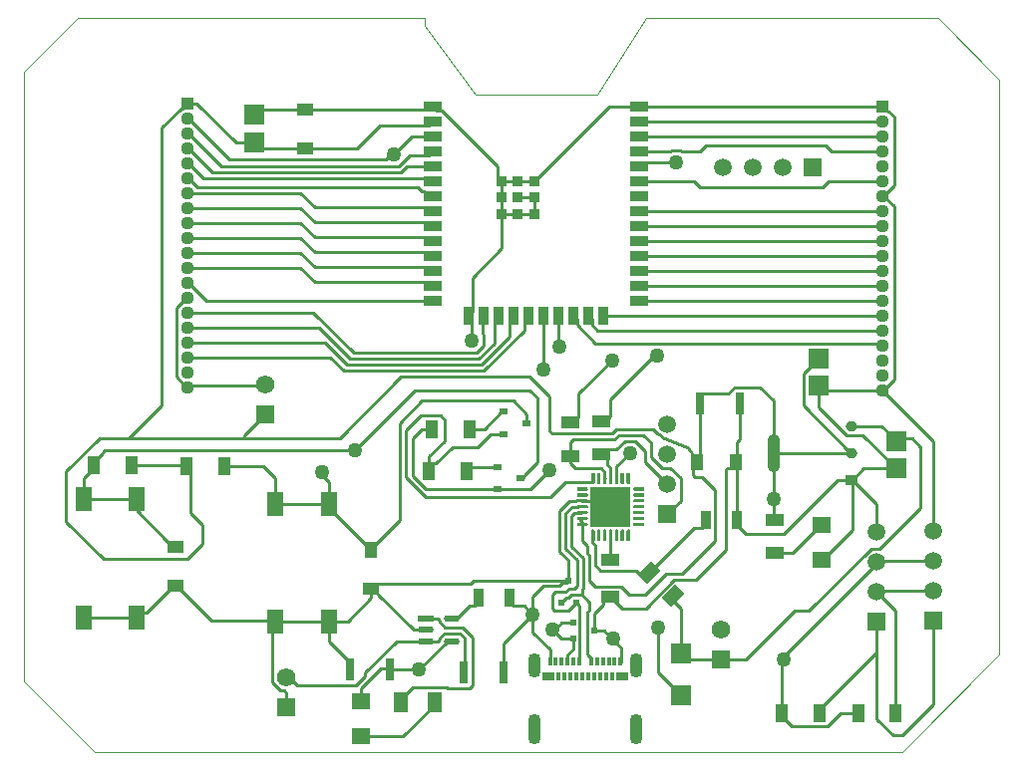
<source format=gtl>
G04*
G04 #@! TF.GenerationSoftware,Altium Limited,Altium Designer,23.1.1 (15)*
G04*
G04 Layer_Physical_Order=1*
G04 Layer_Color=255*
%FSLAX44Y44*%
%MOMM*%
G71*
G04*
G04 #@! TF.SameCoordinates,DF347086-9161-46D8-984A-1B3E043AF996*
G04*
G04*
G04 #@! TF.FilePolarity,Positive*
G04*
G01*
G75*
%ADD12C,0.2540*%
%ADD20R,0.8500X1.6000*%
%ADD21R,1.6800X1.7000*%
G04:AMPARAMS|DCode=22|XSize=1.3383mm|YSize=0.578mm|CornerRadius=0.289mm|HoleSize=0mm|Usage=FLASHONLY|Rotation=0.000|XOffset=0mm|YOffset=0mm|HoleType=Round|Shape=RoundedRectangle|*
%AMROUNDEDRECTD22*
21,1,1.3383,0.0000,0,0,0.0*
21,1,0.7603,0.5780,0,0,0.0*
1,1,0.5780,0.3802,0.0000*
1,1,0.5780,-0.3802,0.0000*
1,1,0.5780,-0.3802,0.0000*
1,1,0.5780,0.3802,0.0000*
%
%ADD22ROUNDEDRECTD22*%
%ADD23R,1.3383X0.5780*%
%ADD24R,0.7562X1.9062*%
%ADD25R,1.2557X1.7582*%
%ADD26R,1.5000X1.4000*%
%ADD27R,0.9000X1.6000*%
%ADD28R,1.1000X1.3500*%
%ADD29R,0.8000X0.6000*%
%ADD30R,1.0000X1.5000*%
%ADD31C,0.2700*%
%ADD32R,1.5000X1.0000*%
%ADD33R,1.6500X1.1000*%
%ADD34R,1.3500X1.1000*%
%ADD35R,1.4000X2.1000*%
%ADD36R,1.8062X1.7540*%
%ADD37R,1.0043X0.8721*%
G04:AMPARAMS|DCode=38|XSize=1.0043mm|YSize=0.8721mm|CornerRadius=0.4361mm|HoleSize=0mm|Usage=FLASHONLY|Rotation=180.000|XOffset=0mm|YOffset=0mm|HoleType=Round|Shape=RoundedRectangle|*
%AMROUNDEDRECTD38*
21,1,1.0043,0.0000,0,0,180.0*
21,1,0.1322,0.8721,0,0,180.0*
1,1,0.8721,-0.0661,0.0000*
1,1,0.8721,0.0661,0.0000*
1,1,0.8721,0.0661,0.0000*
1,1,0.8721,-0.0661,0.0000*
%
%ADD38ROUNDEDRECTD38*%
G04:AMPARAMS|DCode=39|XSize=1.0043mm|YSize=3.1821mm|CornerRadius=0.4369mm|HoleSize=0mm|Usage=FLASHONLY|Rotation=180.000|XOffset=0mm|YOffset=0mm|HoleType=Round|Shape=RoundedRectangle|*
%AMROUNDEDRECTD39*
21,1,1.0043,2.3084,0,0,180.0*
21,1,0.1306,3.1821,0,0,180.0*
1,1,0.8737,-0.0653,1.1542*
1,1,0.8737,0.0653,1.1542*
1,1,0.8737,0.0653,-1.1542*
1,1,0.8737,-0.0653,-1.1542*
%
%ADD39ROUNDEDRECTD39*%
G04:AMPARAMS|DCode=40|XSize=1.65mm|YSize=1.1mm|CornerRadius=0mm|HoleSize=0mm|Usage=FLASHONLY|Rotation=225.000|XOffset=0mm|YOffset=0mm|HoleType=Round|Shape=Rectangle|*
%AMROTATEDRECTD40*
4,1,4,0.1945,0.9723,0.9723,0.1945,-0.1945,-0.9723,-0.9723,-0.1945,0.1945,0.9723,0.0*
%
%ADD40ROTATEDRECTD40*%

%ADD41R,0.3000X0.7000*%
%ADD42R,1.0000X0.7000*%
%ADD43R,1.5000X0.9000*%
%ADD44R,0.9000X1.5000*%
%ADD45R,0.9000X0.9000*%
%ADD49R,3.3500X3.3500*%
%ADD50R,0.6000X0.5500*%
%ADD51R,0.5500X0.6000*%
%ADD54C,1.5700*%
%ADD55R,1.5700X1.5700*%
%ADD56R,1.5200X1.5200*%
%ADD57C,1.5200*%
%ADD58C,1.1200*%
%ADD59R,1.1200X1.1200*%
%ADD60R,1.5200X1.5200*%
G04:AMPARAMS|DCode=61|XSize=1.1mm|YSize=2.1mm|CornerRadius=0.55mm|HoleSize=0mm|Usage=FLASHONLY|Rotation=0.000|XOffset=0mm|YOffset=0mm|HoleType=Round|Shape=RoundedRectangle|*
%AMROUNDEDRECTD61*
21,1,1.1000,1.0000,0,0,0.0*
21,1,0.0000,2.1000,0,0,0.0*
1,1,1.1000,0.0000,-0.5000*
1,1,1.1000,0.0000,-0.5000*
1,1,1.1000,0.0000,0.5000*
1,1,1.1000,0.0000,0.5000*
%
%ADD61ROUNDEDRECTD61*%
G04:AMPARAMS|DCode=62|XSize=1.1mm|YSize=2.6mm|CornerRadius=0.55mm|HoleSize=0mm|Usage=FLASHONLY|Rotation=0.000|XOffset=0mm|YOffset=0mm|HoleType=Round|Shape=RoundedRectangle|*
%AMROUNDEDRECTD62*
21,1,1.1000,1.5000,0,0,0.0*
21,1,0.0000,2.6000,0,0,0.0*
1,1,1.1000,0.0000,-0.7500*
1,1,1.1000,0.0000,-0.7500*
1,1,1.1000,0.0000,0.7500*
1,1,1.1000,0.0000,0.7500*
%
%ADD62ROUNDEDRECTD62*%
%ADD64C,0.0000*%
%ADD65C,1.2700*%
G36*
X768340Y483030D02*
Y482732D01*
X768112Y482180D01*
X767690Y481758D01*
X767138Y481530D01*
X766542D01*
X765990Y481758D01*
X765568Y482180D01*
X765340Y482732D01*
Y483030D01*
Y491030D01*
X768340D01*
Y483030D01*
D02*
G37*
G36*
X763340D02*
Y482732D01*
X763112Y482180D01*
X762690Y481758D01*
X762138Y481530D01*
X761542D01*
X760990Y481758D01*
X760568Y482180D01*
X760340Y482732D01*
Y483030D01*
Y491030D01*
X763340D01*
Y483030D01*
D02*
G37*
G36*
X758340D02*
Y482732D01*
X758112Y482180D01*
X757690Y481758D01*
X757138Y481530D01*
X756542D01*
X755990Y481758D01*
X755568Y482180D01*
X755340Y482732D01*
Y483030D01*
Y491030D01*
X758340D01*
X758340Y483030D01*
D02*
G37*
G36*
X753340D02*
Y482732D01*
X753112Y482180D01*
X752690Y481758D01*
X752138Y481530D01*
X751542D01*
X750990Y481758D01*
X750568Y482180D01*
X750340Y482732D01*
Y483030D01*
Y491030D01*
X753340D01*
Y483030D01*
D02*
G37*
G36*
X748340D02*
Y482732D01*
X748112Y482180D01*
X747690Y481758D01*
X747138Y481530D01*
X746542D01*
X745990Y481758D01*
X745568Y482180D01*
X745340Y482732D01*
Y483030D01*
X745340D01*
Y491030D01*
X748340D01*
Y483030D01*
D02*
G37*
G36*
X743340D02*
Y482732D01*
X743112Y482180D01*
X742690Y481758D01*
X742138Y481530D01*
X741542D01*
X740990Y481758D01*
X740568Y482180D01*
X740340Y482732D01*
Y483030D01*
Y491030D01*
X743340D01*
Y483030D01*
D02*
G37*
G36*
X738340D02*
Y482732D01*
X738112Y482180D01*
X737690Y481758D01*
X737138Y481530D01*
X736542D01*
X735990Y481758D01*
X735568Y482180D01*
X735340Y482732D01*
Y483030D01*
Y491030D01*
X738340D01*
Y483030D01*
D02*
G37*
G36*
X780590Y475780D02*
X772292D01*
X771740Y476008D01*
X771318Y476430D01*
X771090Y476982D01*
Y477280D01*
Y477578D01*
X771318Y478130D01*
X771740Y478552D01*
X772292Y478780D01*
X780590D01*
Y475780D01*
D02*
G37*
G36*
X731940Y478552D02*
X732362Y478130D01*
X732590Y477578D01*
Y477280D01*
Y476982D01*
X732362Y476430D01*
X731940Y476008D01*
X731388Y475780D01*
X723090D01*
Y478780D01*
X731388D01*
X731940Y478552D01*
D02*
G37*
G36*
X780590Y470780D02*
X772292D01*
X771740Y471008D01*
X771318Y471430D01*
X771090Y471982D01*
Y472280D01*
Y472578D01*
X771318Y473130D01*
X771740Y473552D01*
X772292Y473780D01*
X780590D01*
Y470780D01*
D02*
G37*
G36*
X731940Y473552D02*
X732362Y473130D01*
X732590Y472578D01*
Y472280D01*
Y471982D01*
X732362Y471430D01*
X731940Y471008D01*
X731388Y470780D01*
X723090D01*
Y473780D01*
X731388D01*
X731940Y473552D01*
D02*
G37*
G36*
X780590Y465780D02*
X772292D01*
X771740Y466008D01*
X771318Y466430D01*
X771090Y466982D01*
Y467280D01*
Y467578D01*
X771318Y468130D01*
X771740Y468552D01*
X772292Y468780D01*
X772590D01*
Y468780D01*
X780590D01*
Y465780D01*
D02*
G37*
G36*
X731090Y468780D02*
X731388D01*
X731940Y468552D01*
X732362Y468130D01*
X732590Y467578D01*
Y467280D01*
Y466982D01*
X732362Y466430D01*
X731940Y466008D01*
X731388Y465780D01*
X723090D01*
Y468780D01*
X731090Y468780D01*
D02*
G37*
G36*
X780590Y460780D02*
X772292D01*
X771740Y461008D01*
X771318Y461430D01*
X771090Y461982D01*
Y462280D01*
Y462578D01*
X771318Y463130D01*
X771740Y463552D01*
X772292Y463780D01*
X780590D01*
Y460780D01*
D02*
G37*
G36*
X731940Y463552D02*
X732362Y463130D01*
X732590Y462578D01*
Y462280D01*
Y461982D01*
X732362Y461430D01*
X731940Y461008D01*
X731388Y460780D01*
X723090D01*
Y463780D01*
X731388D01*
X731940Y463552D01*
D02*
G37*
G36*
X780590Y455780D02*
X772590Y455780D01*
X772292D01*
X771740Y456008D01*
X771318Y456430D01*
X771090Y456982D01*
Y457280D01*
Y457578D01*
X771318Y458130D01*
X771740Y458552D01*
X772292Y458780D01*
X780590D01*
Y455780D01*
D02*
G37*
G36*
X731940Y458552D02*
X732362Y458130D01*
X732590Y457578D01*
Y457280D01*
Y456982D01*
X732362Y456430D01*
X731940Y456008D01*
X731388Y455780D01*
X731090D01*
Y455780D01*
X723090D01*
Y458780D01*
X731388D01*
X731940Y458552D01*
D02*
G37*
G36*
X780590Y450780D02*
X772292D01*
X771740Y451008D01*
X771318Y451430D01*
X771090Y451982D01*
Y452280D01*
Y452578D01*
X771318Y453130D01*
X771740Y453552D01*
X772292Y453780D01*
X780590D01*
Y450780D01*
D02*
G37*
G36*
X731940Y453552D02*
X732362Y453130D01*
X732590Y452578D01*
Y452280D01*
Y451982D01*
X732362Y451430D01*
X731940Y451008D01*
X731388Y450780D01*
X723090D01*
Y453780D01*
X731388D01*
X731940Y453552D01*
D02*
G37*
G36*
X780590Y445780D02*
X772292D01*
X771740Y446008D01*
X771318Y446430D01*
X771090Y446982D01*
Y447280D01*
Y447578D01*
X771318Y448130D01*
X771740Y448552D01*
X772292Y448780D01*
X780590D01*
Y445780D01*
D02*
G37*
G36*
X731940Y448552D02*
X732362Y448130D01*
X732590Y447578D01*
Y447280D01*
Y446982D01*
X732362Y446430D01*
X731940Y446008D01*
X731388Y445780D01*
X723090D01*
Y448780D01*
X731388D01*
X731940Y448552D01*
D02*
G37*
G36*
X767690Y442802D02*
X768112Y442380D01*
X768340Y441828D01*
Y441530D01*
Y433530D01*
X765340D01*
Y441530D01*
Y441828D01*
X765568Y442380D01*
X765990Y442802D01*
X766542Y443030D01*
X767138D01*
X767690Y442802D01*
D02*
G37*
G36*
X762690D02*
X763112Y442380D01*
X763340Y441828D01*
Y441530D01*
Y433530D01*
X760340D01*
Y441530D01*
Y441828D01*
X760568Y442380D01*
X760990Y442802D01*
X761542Y443030D01*
X762138D01*
X762690Y442802D01*
D02*
G37*
G36*
X757690D02*
X758112Y442380D01*
X758340Y441828D01*
Y441530D01*
X758340D01*
Y433530D01*
X755340D01*
Y441530D01*
Y441828D01*
X755568Y442380D01*
X755990Y442802D01*
X756542Y443030D01*
X757138D01*
X757690Y442802D01*
D02*
G37*
G36*
X752690D02*
X753112Y442380D01*
X753340Y441828D01*
Y441530D01*
Y433530D01*
X750340D01*
Y441530D01*
Y441828D01*
X750568Y442380D01*
X750990Y442802D01*
X751542Y443030D01*
X752138D01*
X752690Y442802D01*
D02*
G37*
G36*
X747690D02*
X748112Y442380D01*
X748340Y441828D01*
Y441530D01*
Y433530D01*
X745340D01*
X745340Y441530D01*
Y441828D01*
X745568Y442380D01*
X745990Y442802D01*
X746542Y443030D01*
X747138D01*
X747690Y442802D01*
D02*
G37*
G36*
X742690D02*
X743112Y442380D01*
X743340Y441828D01*
Y441530D01*
Y433530D01*
X740340D01*
Y441530D01*
Y441828D01*
X740568Y442380D01*
X740990Y442802D01*
X741542Y443030D01*
X742138D01*
X742690Y442802D01*
D02*
G37*
G36*
X737690D02*
X738112Y442380D01*
X738340Y441828D01*
Y441530D01*
Y433530D01*
X735340D01*
Y441530D01*
Y441828D01*
X735568Y442380D01*
X735990Y442802D01*
X736542Y443030D01*
X737138D01*
X737690Y442802D01*
D02*
G37*
D12*
X818280Y511421D02*
G03*
X821700Y506367I14539J6156D01*
G01*
X791584Y524510D02*
G03*
X795695Y521587I8503J7608D01*
G01*
X817737Y512226D02*
X817737Y512227D01*
X795711Y521581D02*
G03*
X795695Y521587I-994J-2338D01*
G01*
X818101Y511863D02*
G03*
X818280Y511421I14718J5713D01*
G01*
X832570Y447100D02*
Y450850D01*
X784860Y406400D02*
X784860D01*
X822580Y444120D01*
X829590D01*
X832570Y447100D01*
X736600Y431527D02*
Y435610D01*
Y431527D02*
X738330Y429798D01*
Y412942D02*
Y429798D01*
Y412942D02*
X743224Y408048D01*
X773341D01*
X776933Y404455D01*
X782915D01*
X784860Y406400D01*
X816915Y512776D02*
X817380Y512583D01*
X727840Y433103D02*
X731812Y429131D01*
X821700Y490200D02*
Y506367D01*
X827300Y495800D02*
Y549910D01*
X727840Y433103D02*
Y447280D01*
X817737Y512226D02*
X818101Y511863D01*
X731812Y422551D02*
Y429131D01*
X821700Y488950D02*
X823182Y487468D01*
X829522D01*
X731812Y422551D02*
X733250Y421113D01*
X795711Y521581D02*
X816915Y512776D01*
X821700Y488950D02*
Y490200D01*
X817380Y512583D02*
X817737Y512227D01*
X827300Y549910D02*
Y555660D01*
X816610Y332740D02*
X845820D01*
X811530Y337820D02*
X816610Y332740D01*
X854280Y495214D02*
X858510Y499444D01*
X851118Y495214D02*
X854280D01*
X849630Y493726D02*
X851118Y495214D01*
X849630Y425450D02*
Y493726D01*
X858510Y499444D02*
Y500380D01*
X858930Y499960D02*
Y500800D01*
X928370Y561340D02*
X982980D01*
X858930Y500800D02*
Y516604D01*
X859070Y450850D02*
Y492200D01*
Y447100D02*
Y450850D01*
X760560Y330200D02*
Y342332D01*
X716030Y399140D02*
Y416780D01*
X449911Y800431D02*
X452793Y797550D01*
X350095Y367455D02*
X354620Y371980D01*
X802256Y495310D02*
X811510Y486056D01*
X800100Y455930D02*
X811510Y467340D01*
Y486056D01*
X787774Y528320D02*
X791584Y524510D01*
X756728Y528320D02*
X787774D01*
X858930Y493180D02*
Y499960D01*
X795384Y495310D02*
X802256D01*
X786130Y504564D02*
X795384Y495310D01*
X890340Y468630D02*
Y508000D01*
X661140Y321310D02*
Y346180D01*
X685800Y370840D01*
X464590Y312670D02*
Y362050D01*
X476250Y292100D02*
Y303760D01*
X474170Y305840D02*
X476250Y303760D01*
X471420Y305840D02*
X474170D01*
X464590Y312670D02*
X471420Y305840D01*
X464590Y362050D02*
X467360Y364820D01*
X478758Y317500D02*
X485749Y310509D01*
X535479D01*
X543310Y321240D02*
X570050Y347980D01*
X594896D01*
X543310Y318339D02*
Y321240D01*
X548390Y316481D02*
X557029Y325120D01*
X539750Y307596D02*
X548390Y316235D01*
Y316481D01*
X557029Y325120D02*
X563350D01*
X539750Y296940D02*
Y307596D01*
X535479Y310509D02*
X543310Y318339D01*
X476250Y317500D02*
X478758D01*
X573998Y295910D02*
Y298422D01*
X584086Y308511D01*
X612811D01*
X613353Y307969D01*
X634231Y310201D02*
Y351430D01*
X625901Y359760D02*
X634231Y351430D01*
X611164Y359760D02*
X625901D01*
X606719Y364205D02*
Y365492D01*
Y364205D02*
X611164Y359760D01*
X594896Y366980D02*
X605231D01*
X606719Y365492D01*
X631999Y307969D02*
X634231Y310201D01*
X613353Y307969D02*
X631999D01*
X626640Y321310D02*
X627721Y322391D01*
X623797Y354680D02*
X627721Y350755D01*
Y322391D02*
Y350755D01*
X606719D02*
X610643Y354680D01*
X623797D01*
X606719Y349468D02*
Y350755D01*
X605231Y347980D02*
X606719Y349468D01*
X594896Y347980D02*
X605231D01*
X636050Y378080D02*
X639280Y381310D01*
X617220Y366980D02*
X621022D01*
X632122Y378080D01*
X636050D01*
X639280Y381310D02*
Y384810D01*
X669510Y378080D02*
X678560D01*
X666280Y381310D02*
Y384810D01*
Y381310D02*
X669510Y378080D01*
X678560D02*
X685800Y370840D01*
X589288Y323850D02*
X613418Y347980D01*
X617220D01*
X564620Y323850D02*
X589288D01*
X539750Y266940D02*
X575565D01*
X602022Y293398D01*
Y295910D01*
X563350Y325120D02*
X564620Y323850D01*
X554120Y387754D02*
X584394Y357480D01*
X554120Y387754D02*
Y388210D01*
X548640Y392440D02*
X549890D01*
X584394Y357480D02*
X594896D01*
X549890Y392440D02*
X554120Y388210D01*
X512360Y347360D02*
Y364820D01*
X530120Y323850D02*
Y329600D01*
X512360Y347360D02*
X530120Y329600D01*
X811530Y337820D02*
Y375841D01*
X805013Y382358D02*
X811530Y375841D01*
X805013Y382358D02*
Y386247D01*
X792480Y321170D02*
X811530Y302120D01*
Y302020D02*
Y302120D01*
X792480Y321170D02*
Y359410D01*
X899160Y334645D02*
X977900Y413385D01*
Y415290D01*
X899160Y332740D02*
Y334645D01*
X866738Y332740D02*
X907769Y373771D01*
X866750Y439420D02*
X898968D01*
X859070Y447100D02*
X866750Y439420D01*
X898968D02*
X944648Y485100D01*
X845820Y332740D02*
X866738D01*
X907769Y373771D02*
X920245D01*
X973174Y426700D01*
X1014730Y461384D02*
Y513080D01*
X973174Y426700D02*
X980046D01*
X978535Y415925D02*
X1025525D01*
X1026160Y416560D01*
X977900Y415290D02*
X978535Y415925D01*
X982980Y561340D02*
X983588D01*
X992390Y570142D01*
Y717638D01*
X983588Y726440D02*
X992390Y717638D01*
X982980Y726440D02*
X983588D01*
X1026160Y441960D02*
Y518160D01*
X982980Y561340D02*
X1026160Y518160D01*
X1025525Y390525D02*
X1026160Y391160D01*
X977900Y389890D02*
X978535Y390525D01*
X1025525D01*
X993900Y287020D02*
Y373890D01*
X977900Y389890D02*
X993900Y373890D01*
X977900Y338290D02*
Y364490D01*
Y281940D02*
Y338290D01*
X999490Y267970D02*
X1026160Y294640D01*
Y365760D01*
X991870Y267970D02*
X999490D01*
X977900Y281940D02*
X991870Y267970D01*
X980046Y426700D02*
X1014730Y461384D01*
X956240Y485100D02*
X956901D01*
X977900Y440690D02*
Y464101D01*
X956901Y485100D02*
X977900Y464101D01*
X683490Y476910D02*
X699770Y493190D01*
X700656Y470100D02*
X713586Y483030D01*
X735340D01*
X655440Y476910D02*
X683490D01*
X594998Y470100D02*
X700656D01*
X678370Y489140D02*
X689610Y500380D01*
Y554990D01*
X683260Y561340D02*
X689610Y554990D01*
X678370Y488140D02*
Y489140D01*
X676640Y486410D02*
X678370Y488140D01*
X683260Y572770D02*
X699770Y556260D01*
X574040Y572770D02*
X683260D01*
X699770Y526633D02*
Y556260D01*
Y526633D02*
X702033Y524370D01*
X890340Y452330D02*
Y468630D01*
X427738Y757780D02*
X560721D01*
X564941Y762000D01*
X420978Y751840D02*
X571898D01*
X392430Y728980D02*
X488462D01*
X393038Y741680D02*
X400658Y734060D01*
X392430Y779780D02*
X393038D01*
X392430Y792480D02*
X393038D01*
X392430Y754380D02*
X393038D01*
X388100Y800850D02*
X392430Y805180D01*
Y767080D02*
X393038D01*
X383020Y572682D02*
X391822Y563880D01*
X370840Y784198D02*
X387492Y800850D01*
X383020Y572682D02*
Y631278D01*
X387492Y800850D02*
X388100D01*
X383020Y631278D02*
X391822Y640080D01*
X457200Y565150D02*
X458470Y566420D01*
X508935Y601980D02*
X527985Y582930D01*
X513797Y589280D02*
X525227Y577850D01*
X393700Y565150D02*
X457200D01*
X488462Y665480D02*
X500712Y653230D01*
X488462Y678180D02*
X500712Y665930D01*
X392430Y678180D02*
X488462D01*
X392430Y665480D02*
X488462D01*
X393038Y652780D02*
X408518Y637300D01*
X392430Y614680D02*
X504073D01*
X392430Y601980D02*
X508935D01*
X392430Y589280D02*
X513797D01*
X499211Y627380D02*
X533501Y593090D01*
X504073Y614680D02*
X530743Y588010D01*
X392430Y627380D02*
X499211D01*
X488462Y690880D02*
X500712Y678630D01*
X392430Y716280D02*
X488462D01*
Y703580D02*
X500712Y691330D01*
X392430Y703580D02*
X488462D01*
Y728980D02*
X500712Y716730D01*
X392430Y690880D02*
X488462D01*
Y716280D02*
X500712Y704030D01*
X447291Y767090D02*
X492760D01*
X536630D01*
X556010Y786470D01*
X452793Y800090D02*
X492760D01*
X433800Y771829D02*
X449580D01*
X393038Y779780D02*
X420978Y751840D01*
X393038Y767080D02*
X413358Y746760D01*
X392430Y741680D02*
X393038D01*
Y754380D02*
X405738Y741680D01*
X393038Y792480D02*
X427738Y757780D01*
X400449Y805180D02*
X433800Y771829D01*
X392430Y805180D02*
X400449D01*
X392430Y652780D02*
X393038D01*
X391822Y640080D02*
X392430D01*
X391822Y563880D02*
X392430D01*
X393700Y565150D01*
X659130Y711200D02*
Y725200D01*
X673130Y711200D02*
X687130D01*
X659130Y681935D02*
Y711200D01*
X687130D02*
Y725200D01*
X673130D02*
X687130D01*
X659130Y711200D02*
X673130D01*
X574003Y746760D02*
X578843Y751600D01*
X597850Y741680D02*
X600630Y738900D01*
X571898Y751840D02*
X581128Y761070D01*
X591552Y730590D02*
X593240D01*
X588082Y734060D02*
X591552Y730590D01*
X578843Y751600D02*
X600630D01*
X598320Y800090D02*
X600630Y802400D01*
X593240Y730590D02*
X597630Y726200D01*
X600630Y802400D02*
X603860Y799170D01*
X634260Y657065D02*
X659130Y681935D01*
X655900Y742430D02*
Y751818D01*
X603860Y799170D02*
X608548D01*
X655900Y751818D01*
X597400Y786470D02*
X600630Y789700D01*
X597400Y665930D02*
X600630Y662700D01*
X597400Y691330D02*
X600630Y688100D01*
X597400Y704030D02*
X600630Y700800D01*
X597630Y726200D02*
X600630D01*
X597400Y716730D02*
X600630Y713500D01*
X597400Y678630D02*
X600630Y675400D01*
X631030Y624800D02*
X634260Y628030D01*
X745330Y624800D02*
X745370Y624840D01*
X634260Y628030D02*
Y657065D01*
X597400Y653230D02*
X600630Y650000D01*
X564941Y762000D02*
X567690D01*
X582690Y777000D01*
X597400Y761070D02*
X600630Y764300D01*
X581128Y761070D02*
X597400D01*
X582690Y777000D02*
X600630D01*
X655900Y742430D02*
X659130Y739200D01*
Y725200D02*
Y739200D01*
X673130D02*
X687130D01*
X659130D02*
X673130D01*
X395400Y456519D02*
Y492840D01*
X392430Y417830D02*
X405130Y430530D01*
X391670Y496570D02*
X395400Y492840D01*
X423670Y496570D02*
X457200D01*
X405130Y430530D02*
Y446789D01*
X395400Y456519D02*
X405130Y446789D01*
X725250Y331070D02*
Y378420D01*
X710080Y350370D02*
X719730D01*
X715127Y336335D02*
X715250Y336211D01*
Y331070D02*
Y336211D01*
X731670Y336650D02*
X735020Y333300D01*
X738230Y356870D02*
Y371710D01*
X735020Y331300D02*
X735250Y331070D01*
X735020Y331300D02*
Y333300D01*
X731670Y336650D02*
Y372334D01*
X754380Y348512D02*
X760560Y342332D01*
X754380Y348512D02*
Y350520D01*
X752712D02*
X754380D01*
X746362Y356870D02*
X752712Y350520D01*
X738230Y356870D02*
X746362D01*
X635570Y399140D02*
X716030D01*
X633100Y396670D02*
X635570Y399140D01*
X548640Y426690D02*
X572770Y450820D01*
X512360Y461320D02*
X542760Y430920D01*
X552870Y396670D02*
X633100D01*
X548640Y425440D02*
Y426690D01*
X544410Y430920D02*
X548640Y426690D01*
X542760Y430920D02*
X544410D01*
X572770Y450820D02*
Y533400D01*
X584200Y520700D02*
X591820Y528320D01*
X599950D01*
X577850Y527050D02*
X590430Y539630D01*
X572770Y533400D02*
X591820Y552450D01*
X534670Y510540D02*
X585470Y561340D01*
X584200Y488082D02*
Y520700D01*
X577850Y487248D02*
Y527050D01*
X591820Y552450D02*
X669290D01*
X585470Y561340D02*
X683260D01*
X521970Y520700D02*
X574040Y572770D01*
X590430Y539630D02*
X607180D01*
X412740Y365760D02*
X466420D01*
X383520Y394980D02*
X412740Y365760D01*
X382270Y394980D02*
X383520D01*
X381020D02*
X382270D01*
X354620Y371980D02*
X358020D01*
X381020Y394980D01*
X685800Y355600D02*
Y370840D01*
X702310Y358140D02*
X710080Y350370D01*
X715127Y336335D02*
X719730Y340938D01*
X700250Y331070D02*
Y341150D01*
X719730Y340938D02*
Y350370D01*
X685800Y355600D02*
X700250Y341150D01*
X512360Y464820D02*
Y483111D01*
X466420Y365760D02*
X467360Y364820D01*
X512360Y461320D02*
Y464820D01*
X506730Y488741D02*
X512360Y483111D01*
X467360Y464820D02*
X512360D01*
X467360D02*
Y486410D01*
X378040Y432210D02*
X382270Y427980D01*
X348890Y459250D02*
X375930Y432210D01*
X348890Y459250D02*
Y462750D01*
X375930Y432210D02*
X378040D01*
X321310Y417830D02*
X392430D01*
X440690Y520700D02*
Y523240D01*
X457200Y496570D02*
X467360Y486410D01*
X440690Y523240D02*
X458470Y541020D01*
X440690Y520700D02*
X521970D01*
X506730Y488741D02*
Y491490D01*
X594762Y477520D02*
X654830D01*
X344930Y497840D02*
X390400D01*
X342900Y520700D02*
X440690D01*
X390400Y497840D02*
X391670Y496570D01*
X322580Y510540D02*
X534670D01*
X584200Y488082D02*
X594762Y477520D01*
X577850Y487248D02*
X594998Y470100D01*
X528650Y364820D02*
X548448Y384618D01*
X467360Y364820D02*
X512360D01*
X548640Y392440D02*
X552870Y396670D01*
X548448Y392248D02*
X548640Y392440D01*
X548448Y384618D02*
Y392248D01*
X512360Y364820D02*
X528650D01*
X312930Y495340D02*
Y497840D01*
X320252Y508212D02*
X322580Y510540D01*
X320252Y507662D02*
Y508212D01*
X312930Y500340D02*
X320252Y507662D01*
X312930Y497840D02*
Y500340D01*
X342900Y520700D02*
X370840Y548640D01*
X317902Y520700D02*
X342900D01*
X994149Y494637D02*
X994410D01*
X966438D02*
X994149D01*
X992374Y519934D02*
X1007876D01*
X1014730Y513080D01*
X935708Y275710D02*
X947018Y287020D01*
X981409Y530900D02*
X992374Y519934D01*
X966057Y522729D02*
X994149Y494637D01*
X929130Y287020D02*
Y289050D01*
X897130Y330710D02*
X899160Y332740D01*
X947018Y287020D02*
X961900D01*
X929130Y289050D02*
X929640Y289560D01*
Y290030D02*
X977900Y338290D01*
X897130Y287020D02*
Y330710D01*
X929640Y289560D02*
Y290030D01*
X897130Y284520D02*
Y287020D01*
Y284520D02*
X905940Y275710D01*
X935708D01*
X304250Y486660D02*
X312930Y495340D01*
X408518Y637300D02*
X600630D01*
X828040Y764540D02*
X833120Y769620D01*
X934720D01*
X939800Y764540D01*
X828040Y734060D02*
X932180D01*
X937260Y739140D01*
X939800Y764540D02*
X982980D01*
X937260Y739140D02*
X982980D01*
X775870Y637540D02*
X982980D01*
X775870Y675640D02*
X982980D01*
X775870Y662940D02*
X982980D01*
X775870Y650240D02*
X982980D01*
X527985Y582930D02*
X642147D01*
X370840Y548640D02*
Y784198D01*
X405738Y741680D02*
X597850D01*
X525227Y577850D02*
X644251D01*
X492760Y800090D02*
X598320Y800090D01*
X500712Y653230D02*
X597400D01*
X500712Y678630D02*
X597400D01*
X500712Y665930D02*
X597400D01*
X500712Y691330D02*
X597400D01*
X556010Y786470D02*
X597400D01*
X500712Y716730D02*
X597400D01*
X500712Y704030D02*
X597400D01*
X400658Y734060D02*
X588082D01*
X413358Y746760D02*
X574003D01*
X530743Y588010D02*
X640043D01*
X653200Y601167D01*
X643454Y624524D02*
X643730Y624800D01*
X633730Y603250D02*
Y622100D01*
X631030Y624800D02*
X633730Y622100D01*
X643454Y609024D02*
X643890Y608588D01*
Y599042D02*
Y608588D01*
X643454Y609024D02*
Y624524D01*
X642147Y582930D02*
X665900Y606683D01*
X533501Y593090D02*
X637938D01*
X643890Y599042D01*
X775630Y764300D02*
X788910D01*
X775870Y739140D02*
X822960D01*
X778609Y754579D02*
X807521D01*
X788910Y764300D02*
X789150Y764540D01*
X811729Y764739D02*
X811928Y764540D01*
X789150D02*
X803113D01*
X811928D02*
X828040D01*
X803312Y764739D02*
X811729D01*
X803113Y764540D02*
X803312Y764739D01*
X603640Y498990D02*
X617730Y513080D01*
X597410Y495260D02*
X601140Y498990D01*
X603640D01*
X607180Y539630D02*
X610870Y535940D01*
X597410Y495260D02*
Y504700D01*
X610870Y518160D02*
Y535940D01*
X597410Y504700D02*
X610870Y518160D01*
X669290Y552450D02*
X680660Y541080D01*
Y533400D02*
Y541080D01*
X675640Y486410D02*
X676640D01*
X629410Y492760D02*
X632560Y495910D01*
X655440D01*
X654830Y477520D02*
X655440Y476910D01*
X659460Y542900D02*
X660460D01*
X649630Y523900D02*
X660460D01*
X644880Y528320D02*
X659460Y542900D01*
X638810Y513080D02*
X649630Y523900D01*
X617730Y513080D02*
X638810D01*
X631950Y528320D02*
X644880D01*
X756840Y486766D02*
X756920Y486846D01*
Y496570D01*
X756840Y486435D02*
Y486766D01*
X746450Y487156D02*
Y491800D01*
X751530Y489260D02*
Y495610D01*
X749300Y497840D02*
X751530Y495610D01*
X749300Y497840D02*
Y502220D01*
X746840Y486280D02*
Y486766D01*
X746450Y487156D02*
X746840Y486766D01*
X743410Y494840D02*
X746450Y491800D01*
X751530Y489260D02*
X751840Y488950D01*
X717550Y533680D02*
X720300D01*
X717550Y499110D02*
X721820Y494840D01*
X702033Y524370D02*
X752778D01*
X717550Y516750D02*
X720090Y519290D01*
X717550Y505180D02*
Y516750D01*
Y499110D02*
Y505180D01*
X781050Y500380D02*
Y509668D01*
X772558Y518160D02*
X781050Y509668D01*
X758832Y523240D02*
X779562D01*
X764142Y518160D02*
X772558D01*
X722453Y467440D02*
X726727D01*
X722373Y467360D02*
X722453Y467440D01*
X726727D02*
X726887Y467280D01*
X717152Y467360D02*
X722373D01*
X726887Y467280D02*
X727840D01*
X746840D01*
X724530Y537910D02*
Y558160D01*
X756662Y510680D02*
X764142Y518160D01*
X756920Y496570D02*
X768350Y508000D01*
X754882Y519290D02*
X758832Y523240D01*
X720300Y533680D02*
X724530Y537910D01*
X752778Y524370D02*
X756728Y528320D01*
X720090Y519290D02*
X754882D01*
X751200Y539180D02*
Y553080D01*
X721820Y494840D02*
X743410D01*
X746970Y534950D02*
X751200Y539180D01*
X744220Y534950D02*
X746970D01*
X748450Y510680D02*
X756662D01*
X744220Y506450D02*
X745070D01*
X744220D02*
X748450Y510680D01*
X745070Y506450D02*
X749300Y502220D01*
X304250Y468300D02*
X349250D01*
X304250Y368300D02*
X349250D01*
X304250Y468300D02*
Y486660D01*
X710289Y363370D02*
X719730D01*
X704150Y374080D02*
X715970D01*
X685800Y370840D02*
Y386080D01*
X694690Y394970D01*
X702310Y375920D02*
X704150Y374080D01*
X715970D02*
X722530Y380640D01*
X705059Y358140D02*
X710289Y363370D01*
X738230Y371710D02*
X745610Y379090D01*
X734060Y374724D02*
Y381000D01*
X731670Y372334D02*
X734060Y374724D01*
X702310Y358140D02*
X705059D01*
X851361Y558171D02*
X857070Y563880D01*
X915529Y575761D02*
X928109Y588341D01*
X827300Y555660D02*
X829811Y558171D01*
X851361D01*
X928109Y588341D02*
X928370D01*
Y546554D02*
Y561340D01*
X857070Y563880D02*
X878840D01*
X915529Y548050D02*
Y575761D01*
X878840Y563880D02*
X890340Y552380D01*
X840740Y433070D02*
Y476250D01*
X890340Y452330D02*
X891540Y451130D01*
X944648Y485100D02*
X956240D01*
X956901Y442291D02*
Y484439D01*
X955579Y508000D02*
X956240D01*
X931410Y416800D02*
X956901Y442291D01*
X890340Y508000D02*
X955579D01*
X956240Y530900D02*
X981409D01*
X740602Y612140D02*
X982980D01*
X751200Y553080D02*
X788670Y590550D01*
X791210D01*
X981499Y600921D02*
X982980Y599440D01*
X739121Y600921D02*
X981499D01*
X891540Y422630D02*
X906240D01*
X930410Y446800D01*
X930910D01*
Y416800D02*
X931410D01*
X707230Y599600D02*
X708660Y598170D01*
X678600Y612199D02*
Y621570D01*
X723160Y616882D02*
Y621570D01*
X735860Y616882D02*
Y621570D01*
Y616882D02*
X740602Y612140D01*
X723160Y616882D02*
X739121Y600921D01*
X724530Y558160D02*
X753110Y586740D01*
X761240Y375920D02*
X781519D01*
X781505Y387805D02*
X798560Y404860D01*
X781519Y375920D02*
X805379Y399780D01*
X798560Y404860D02*
X812530D01*
X858930Y516604D02*
X861800Y519474D01*
Y549910D01*
X928370Y546554D02*
X952195Y522729D01*
X956901Y485100D02*
X966438Y494637D01*
X952195Y522729D02*
X966057D01*
X915529Y548050D02*
X955579Y508000D01*
X890340D02*
Y552380D01*
X812530Y404860D02*
X840740Y433070D01*
X805379Y399780D02*
X823960D01*
X849630Y425450D01*
X781050Y500380D02*
X800100Y481330D01*
X786130Y504564D02*
Y516672D01*
X779562Y523240D02*
X786130Y516672D01*
X821700Y497820D02*
X827300Y503420D01*
X829522Y487468D02*
X840740Y476250D01*
X694690Y394970D02*
X708200D01*
X702310Y387350D02*
X704850Y389890D01*
X709780Y380640D02*
X710030D01*
X702310Y375920D02*
Y387350D01*
X709780Y380640D02*
X711260Y382120D01*
X708200Y394970D02*
X710890Y397660D01*
X713708Y389890D02*
X716398Y392580D01*
X710890Y397660D02*
X714550D01*
X716398Y392580D02*
X720858D01*
X723090Y394812D01*
X714550Y397660D02*
X716030Y399140D01*
X733250Y399590D02*
X738710Y394130D01*
X722530Y380640D02*
X722780D01*
X718352Y387350D02*
X727710D01*
X715812Y384810D02*
X718352Y387350D01*
X722780Y380640D02*
X723030D01*
X727710Y387350D02*
X734060Y381000D01*
X708660Y458868D02*
X717152Y467360D01*
X713740Y426255D02*
X723090Y416905D01*
X718820Y454660D02*
X721280Y457120D01*
X718820Y428359D02*
Y454660D01*
X713740Y426255D02*
Y456764D01*
X719256Y462280D01*
X721280Y457120D02*
X726727D01*
X719256Y462280D02*
X724590D01*
X708660Y424151D02*
Y458868D01*
X767243Y387805D02*
X781505D01*
X745610Y379090D02*
Y381590D01*
X760918Y394130D02*
X767243Y387805D01*
X751840Y385320D02*
X761240Y375920D01*
X749340Y385320D02*
X751840D01*
X738710Y394130D02*
X760918D01*
X745610Y381590D02*
X749340Y385320D01*
X733250Y399590D02*
Y421113D01*
X751840Y458470D02*
Y462280D01*
X746840Y467280D02*
X751840Y462280D01*
Y417320D02*
Y438125D01*
X727809Y447311D02*
X727840Y447280D01*
X727809Y447311D02*
Y449481D01*
X726887Y457280D02*
X727840D01*
X725170Y451970D02*
X725320D01*
X726727Y457120D02*
X726887Y457280D01*
X725320Y451970D02*
X727809Y449481D01*
X723030Y380640D02*
X725250Y378420D01*
X723090Y394812D02*
Y416905D01*
X727710Y387350D02*
Y392248D01*
X728170Y392708D01*
Y419009D01*
X714200Y384810D02*
X715812D01*
X710030Y380640D02*
X714200Y384810D01*
X704850Y389890D02*
X713708D01*
X708660Y424151D02*
X716030Y416780D01*
X718820Y428359D02*
X728170Y419009D01*
X665900Y606683D02*
Y621570D01*
X653200Y601167D02*
Y621570D01*
X694530Y624800D02*
X694690Y624640D01*
X644251Y577850D02*
X678600Y612199D01*
X707230Y599600D02*
Y624800D01*
X653200Y621570D02*
X656430Y624800D01*
X694690Y579120D02*
Y624640D01*
X678600Y621570D02*
X681830Y624800D01*
X665900Y621570D02*
X669130Y624800D01*
X987310Y798310D02*
X987918D01*
X992390Y735242D02*
Y793838D01*
X987918Y798310D02*
X992390Y793838D01*
X775630Y637300D02*
X775870Y637540D01*
X775630Y688100D02*
X775870Y688340D01*
X775630Y650000D02*
X775870Y650240D01*
X775630Y662700D02*
X775870Y662940D01*
X775630Y675400D02*
X775870Y675640D01*
X775630Y713500D02*
X775870Y713740D01*
X775630Y700800D02*
X775870Y701040D01*
Y802640D02*
X982980D01*
X775630Y802400D02*
X775870Y802640D01*
Y789940D02*
X982980D01*
X775870Y777240D02*
X982980D01*
X822960Y739140D02*
X828040Y734060D01*
X775870Y713740D02*
X982980D01*
X775870Y701040D02*
X982980D01*
X775870Y688340D02*
X982980D01*
X983588Y726440D02*
X992390Y735242D01*
X982980Y802640D02*
X987310Y798310D01*
X719930Y624800D02*
X723160Y621570D01*
X732630Y624800D02*
X735860Y621570D01*
X745370Y624840D02*
X982980D01*
X775630Y789700D02*
X775870Y789940D01*
X775630Y751600D02*
X778609Y754579D01*
X775630Y738900D02*
X775870Y739140D01*
X775630Y777000D02*
X775870Y777240D01*
X750330Y802400D02*
X775630D01*
X687130Y739200D02*
X750330Y802400D01*
X289560Y449580D02*
Y492358D01*
X317902Y520700D01*
X289560Y449580D02*
X321310Y417830D01*
D20*
X832570Y450850D02*
D03*
X859070D02*
D03*
D21*
X811530Y337820D02*
D03*
Y302020D02*
D03*
D22*
X617220Y366980D02*
D03*
Y347980D02*
D03*
X594896D02*
D03*
Y357480D02*
D03*
D23*
Y366980D02*
D03*
D24*
X661140Y321310D02*
D03*
X626640D02*
D03*
X530120Y323850D02*
D03*
X564620D02*
D03*
X827300Y549910D02*
D03*
X861800D02*
D03*
D25*
X602022Y295910D02*
D03*
X573998D02*
D03*
D26*
X539750Y266940D02*
D03*
Y296940D02*
D03*
X930910Y416800D02*
D03*
Y446800D02*
D03*
D27*
X666280Y384810D02*
D03*
X639280D02*
D03*
D28*
X858510Y500380D02*
D03*
X825510D02*
D03*
X548640Y425440D02*
D03*
D29*
X655440Y495910D02*
D03*
Y476910D02*
D03*
X675640Y486410D02*
D03*
X660460Y542900D02*
D03*
Y523900D02*
D03*
X680660Y533400D02*
D03*
D30*
X597410Y492760D02*
D03*
X629410D02*
D03*
X961900Y287020D02*
D03*
X993900D02*
D03*
X897130D02*
D03*
X929130D02*
D03*
X391670Y496570D02*
D03*
X423670D02*
D03*
X344930Y497840D02*
D03*
X312930D02*
D03*
X599950Y528320D02*
D03*
X631950D02*
D03*
D31*
X727840Y477280D02*
D03*
Y472280D02*
D03*
Y467280D02*
D03*
X724590Y462280D02*
D03*
X727840Y457280D02*
D03*
Y452280D02*
D03*
Y447280D02*
D03*
X736840Y438280D02*
D03*
X741840D02*
D03*
X746840Y438125D02*
D03*
X751840D02*
D03*
X756840Y438280D02*
D03*
X761840D02*
D03*
X766840D02*
D03*
X775840Y447280D02*
D03*
Y452280D02*
D03*
Y457280D02*
D03*
X778590Y462280D02*
D03*
X775840Y467280D02*
D03*
Y472280D02*
D03*
Y477280D02*
D03*
X766840Y486280D02*
D03*
X761840D02*
D03*
X756840Y486435D02*
D03*
X751840D02*
D03*
X746840Y486280D02*
D03*
X741840D02*
D03*
X736840D02*
D03*
D32*
X751840Y385320D02*
D03*
Y417320D02*
D03*
D33*
X744220Y534950D02*
D03*
Y506450D02*
D03*
X717550Y505180D02*
D03*
Y533680D02*
D03*
X891540Y422630D02*
D03*
Y451130D02*
D03*
D34*
X382270Y394980D02*
D03*
Y427980D02*
D03*
X492760Y767090D02*
D03*
Y800090D02*
D03*
X548640Y392440D02*
D03*
D35*
X304250Y368300D02*
D03*
Y468300D02*
D03*
X349250Y368300D02*
D03*
Y468300D02*
D03*
X467360Y364820D02*
D03*
Y464820D02*
D03*
X512360Y364820D02*
D03*
Y464820D02*
D03*
D36*
X928370Y588341D02*
D03*
Y564819D02*
D03*
X994410Y518160D02*
D03*
Y494637D02*
D03*
X449580Y771829D02*
D03*
Y795351D02*
D03*
D37*
X956240Y485100D02*
D03*
D38*
Y508000D02*
D03*
Y530900D02*
D03*
D39*
X890340Y508000D02*
D03*
D40*
X784860Y406400D02*
D03*
X805013Y386247D02*
D03*
D41*
X700250Y331070D02*
D03*
X705250D02*
D03*
X710250D02*
D03*
X715250D02*
D03*
X720250D02*
D03*
X725250D02*
D03*
X735250D02*
D03*
X740250D02*
D03*
X745250D02*
D03*
X750250D02*
D03*
X755250D02*
D03*
X760250D02*
D03*
X752750Y318070D02*
D03*
X747750D02*
D03*
X742750D02*
D03*
X737750D02*
D03*
X732750D02*
D03*
X727750D02*
D03*
X722750D02*
D03*
X717750D02*
D03*
X712750D02*
D03*
X707750D02*
D03*
D42*
X699250D02*
D03*
X761250D02*
D03*
D43*
X600630Y802400D02*
D03*
Y789700D02*
D03*
Y777000D02*
D03*
Y764300D02*
D03*
Y751600D02*
D03*
Y738900D02*
D03*
Y726200D02*
D03*
Y713500D02*
D03*
Y700800D02*
D03*
Y688100D02*
D03*
Y675400D02*
D03*
Y662700D02*
D03*
Y650000D02*
D03*
Y637300D02*
D03*
X775630D02*
D03*
Y650000D02*
D03*
Y662700D02*
D03*
Y675400D02*
D03*
Y688100D02*
D03*
Y700800D02*
D03*
Y713500D02*
D03*
Y726200D02*
D03*
Y738900D02*
D03*
Y751600D02*
D03*
Y764300D02*
D03*
Y777000D02*
D03*
Y789700D02*
D03*
Y802400D02*
D03*
D44*
X631030Y624800D02*
D03*
X643730D02*
D03*
X656430D02*
D03*
X669130D02*
D03*
X681830D02*
D03*
X694530D02*
D03*
X707230D02*
D03*
X719930D02*
D03*
X732630D02*
D03*
X745330D02*
D03*
D45*
X659130Y739200D02*
D03*
X673130D02*
D03*
X687130D02*
D03*
X659130Y725200D02*
D03*
X673130D02*
D03*
X687130D02*
D03*
X659130Y711200D02*
D03*
X673130D02*
D03*
X687130D02*
D03*
D49*
X751840Y462280D02*
D03*
D50*
X709780Y380640D02*
D03*
X722780D02*
D03*
X716280Y399140D02*
D03*
D51*
X719730Y363370D02*
D03*
Y350370D02*
D03*
X738230Y356870D02*
D03*
D54*
X476250Y317500D02*
D03*
X458470Y566420D02*
D03*
X845820Y358140D02*
D03*
D55*
X476250Y292100D02*
D03*
X458470Y541020D02*
D03*
X845820Y332740D02*
D03*
D56*
X1026160Y365760D02*
D03*
X977900Y364490D02*
D03*
X800100Y455930D02*
D03*
D57*
X1026160Y391160D02*
D03*
Y416560D02*
D03*
Y441960D02*
D03*
X977900Y440690D02*
D03*
Y415290D02*
D03*
Y389890D02*
D03*
X800100Y532130D02*
D03*
Y506730D02*
D03*
Y481330D02*
D03*
X897890Y750570D02*
D03*
X872490D02*
D03*
X847090D02*
D03*
D58*
X982980Y561340D02*
D03*
Y574040D02*
D03*
Y586740D02*
D03*
Y599440D02*
D03*
Y612140D02*
D03*
Y624840D02*
D03*
Y637540D02*
D03*
Y650240D02*
D03*
Y662940D02*
D03*
Y675640D02*
D03*
Y688340D02*
D03*
Y701040D02*
D03*
Y713740D02*
D03*
Y726440D02*
D03*
Y739140D02*
D03*
Y751840D02*
D03*
Y764540D02*
D03*
Y777240D02*
D03*
Y789940D02*
D03*
X392430Y792480D02*
D03*
Y779780D02*
D03*
Y767080D02*
D03*
Y754380D02*
D03*
Y741680D02*
D03*
Y728980D02*
D03*
Y716280D02*
D03*
Y703580D02*
D03*
Y690880D02*
D03*
Y678180D02*
D03*
Y665480D02*
D03*
Y652780D02*
D03*
Y640080D02*
D03*
Y627380D02*
D03*
Y614680D02*
D03*
Y601980D02*
D03*
Y589280D02*
D03*
Y576580D02*
D03*
Y563880D02*
D03*
D59*
X982980Y802640D02*
D03*
X392430Y805180D02*
D03*
D60*
X923290Y750570D02*
D03*
D61*
X687050Y326970D02*
D03*
X773450D02*
D03*
D62*
X687050Y273370D02*
D03*
X773450D02*
D03*
D64*
X254000Y313690D02*
Y831850D01*
Y313690D02*
X313690Y254000D01*
X999490D01*
X1082040Y336550D01*
Y825500D01*
X1029970Y877570D02*
X1082040Y825500D01*
X782320Y877570D02*
X1029970D01*
X740410Y812800D02*
X782320Y877570D01*
X637540Y812800D02*
X740410D01*
X594360Y871220D02*
X637540Y812800D01*
X594360Y871220D02*
Y877570D01*
X299720D02*
X594360D01*
X254000Y831850D02*
X299720Y877570D01*
X254000Y313690D02*
Y831850D01*
Y313690D02*
X313690Y254000D01*
X999490D01*
X1082040Y336550D01*
Y825500D01*
X1029970Y877570D02*
X1082040Y825500D01*
X782320Y877570D02*
X1029970D01*
X740410Y812800D02*
X782320Y877570D01*
X637540Y812800D02*
X740410D01*
X594360Y871220D02*
X637540Y812800D01*
X594360Y871220D02*
Y877570D01*
X299720D02*
X594360D01*
X254000Y831850D02*
X299720Y877570D01*
D65*
X589288Y323850D02*
D03*
X792480Y359410D02*
D03*
X699770Y493190D02*
D03*
X807521Y754579D02*
D03*
X753110Y586740D02*
D03*
X791210Y590550D02*
D03*
X685800Y370840D02*
D03*
X702310Y358140D02*
D03*
X768350Y508000D02*
D03*
X694690Y579120D02*
D03*
X633730Y603250D02*
D03*
X890270Y468630D02*
D03*
X708660Y598170D02*
D03*
X899160Y332740D02*
D03*
X506730Y491490D02*
D03*
X534670Y510540D02*
D03*
X754380Y350520D02*
D03*
X567690Y762000D02*
D03*
M02*

</source>
